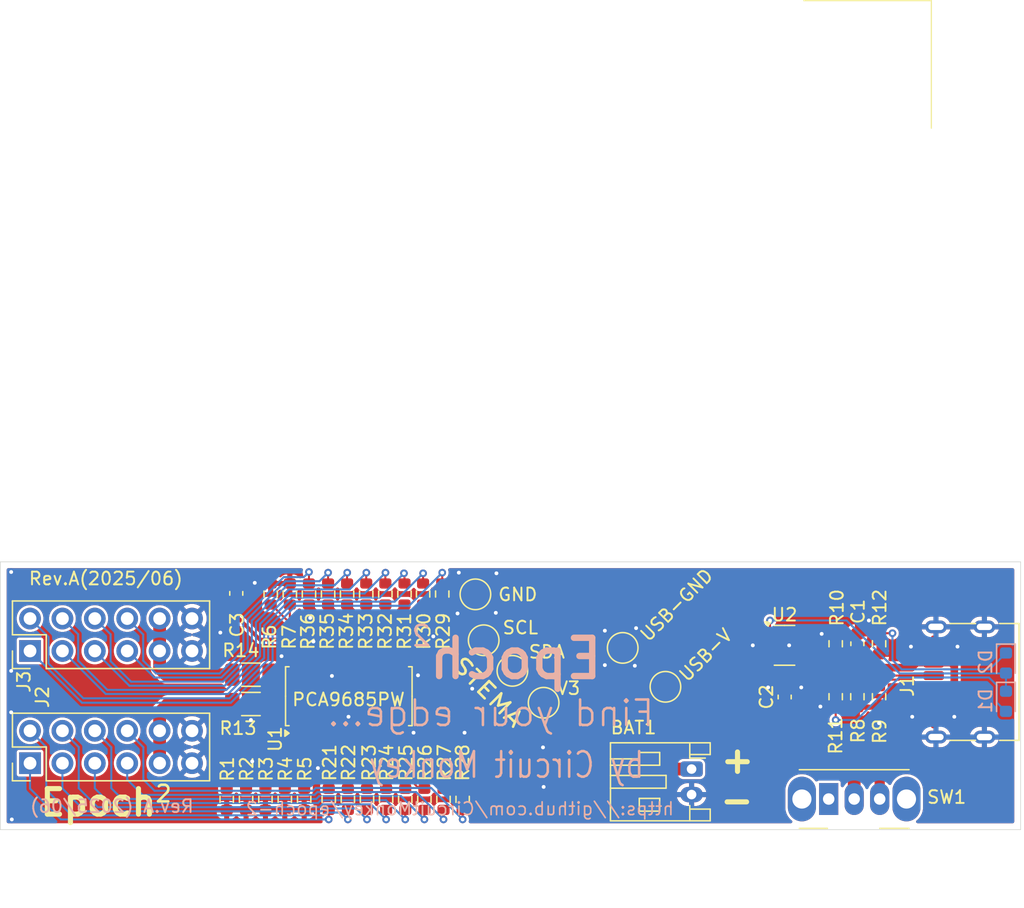
<source format=kicad_pcb>
(kicad_pcb (version 20241229) (generator "pcbnew") (generator_version "9.0")
  (layers (0 "F.Cu" signal) (2 "B.Cu" signal) (13 "F.Paste" user) (15 "B.Paste" user) (5 "F.SilkS" user "F.Silkscreen") (7 "B.SilkS" user "B.Silkscreen") (1 "F.Mask" user) (3 "B.Mask" user) (25 "Edge.Cuts" user))
  (net 0 "")
  (net 1 "Net-(D1-A)")
  (net 2 "GND")
  (net 3 "Net-(D2-K)")
  (net 4 "VBAT")
  (net 5 "/VBUS")
  (net 6 "Net-(J1-CC1)")
  (net 7 "Net-(J1-CC2)")
  (net 8 "Net-(J2-Pin_5)")
  (net 9 "Net-(J2-Pin_1)")
  (net 10 "Net-(J2-Pin_4)")
  (net 11 "Net-(J2-Pin_7)")
  (net 12 "Net-(J2-Pin_8)")
  (net 13 "/VMA")
  (net 14 "Net-(J2-Pin_6)")
  (net 15 "Net-(J2-Pin_2)")
  (net 16 "Net-(J2-Pin_3)")
  (net 17 "Net-(J3-Pin_8)")
  (net 18 "Net-(J3-Pin_2)")
  (net 19 "Net-(J3-Pin_3)")
  (net 20 "Net-(J3-Pin_7)")
  (net 21 "Net-(J3-Pin_6)")
  (net 22 "/VMB")
  (net 23 "Net-(J3-Pin_4)")
  (net 24 "Net-(J3-Pin_1)")
  (net 25 "Net-(J3-Pin_5)")
  (net 26 "Net-(U1-A0)")
  (net 27 "Net-(U1-A1)")
  (net 28 "Net-(U1-A2)")
  (net 29 "Net-(U1-A3)")
  (net 30 "Net-(U1-A4)")
  (net 31 "Net-(U1-A5)")
  (net 32 "Net-(U1-~{OE})")
  (net 33 "Net-(U2-PROG)")
  (net 34 "/CH01")
  (net 35 "/CH03")
  (net 36 "/CH05")
  (net 37 "/CH07")
  (net 38 "/CH09")
  (net 39 "/CH11")
  (net 40 "/CH13")
  (net 41 "/CH15")
  (net 42 "/CH02")
  (net 43 "/CH04")
  (net 44 "/CH06")
  (net 45 "/CH08")
  (net 46 "/CH10")
  (net 47 "/CH12")
  (net 48 "/CH14")
  (net 49 "/CH16")
  (net 50 "Net-(U1-SDA)")
  (net 51 "Net-(U1-SCL)")
  (net 52 "Net-(SW1-B)")
  (net 53 "+3.3V")
  (net 54 "/STAT")
  (footprint "Package_TO_SOT_SMD:SOT-23-5" (layer "F.Cu") (at 166.4875 117.55)
    (property "Reference" "U2")
    (property "Value" "MCP73831-4-OT")
  )
  (footprint "TestPoint:TestPoint_Pad_D2.0mm" (layer "F.Cu") (at 142.9 117.15)
    (property "Reference" "STEMA_SCL1" (hide yes))
    (property "Value" "Solder Pad" (hide yes))
  )
  (footprint "Resistor_SMD:R_0603_1608Metric" (layer "F.Cu") (at 135.19 113.525 -90)
    (property "Reference" "R32")
    (property "Value" "220R" (hide yes))
  )
  (footprint "Resistor_SMD:R_0603_1608Metric" (layer "F.Cu") (at 127.7 113.525 90)
    (property "Reference" "R7")
    (property "Value" "1K" (hide yes))
  )
  (footprint "TestPoint:TestPoint_Pad_D2.0mm" (layer "F.Cu") (at 147.6 122.05)
    (property "Reference" "STEMA_V1" (hide yes))
    (property "Value" "Solder Pad" (hide yes))
  )
  (footprint "Resistor_SMD:R_0603_1608Metric" (layer "F.Cu") (at 127.305385 129.625 -90)
    (property "Reference" "R4")
    (property "Value" "1K" (hide yes))
  )
  (footprint "TestPoint:TestPoint_Pad_D2.0mm" (layer "F.Cu") (at 142.25 113.55)
    (property "Reference" "STEMA_GND1" (hide yes))
    (property "Value" "Solder Pad" (hide yes))
  )
  (footprint "Resistor_SMD:R_1206_3216Metric" (layer "F.Cu") (at 124.65 119.85 180)
    (property "Reference" "R14")
    (property "Value" "0R" (hide yes))
  )
  (footprint "Button_Switch_THT:SW_Slide_SPDT_Angled_CK_OS102011MA1Q" (layer "F.Cu") (at 169.95 129.6)
    (property "Reference" "SW1")
    (property "Value" "SW_SPDT")
  )
  (footprint "Resistor_SMD:R_0603_1608Metric" (layer "F.Cu") (at 125.786923 129.625 -90)
    (property "Reference" "R3")
    (property "Value" "1K" (hide yes))
  )
  (footprint "Resistor_SMD:R_0603_1608Metric" (layer "F.Cu") (at 130.75 129.625 -90)
    (property "Reference" "R21")
    (property "Value" "220R" (hide yes))
  )
  (footprint "Capacitor_SMD:C_0603_1608Metric" (layer "F.Cu") (at 172.2 117.425 90)
    (property "Reference" "C1")
    (property "Value" "4.7uF/16V" (hide yes))
  )
  (footprint "Resistor_SMD:R_0603_1608Metric" (layer "F.Cu") (at 122.75 129.625 -90)
    (property "Reference" "R1")
    (property "Value" "1K" (hide yes))
  )
  (footprint "Resistor_SMD:R_0603_1608Metric" (layer "F.Cu") (at 130.7 113.525 90)
    (property "Reference" "R35")
    (property "Value" "220R" (hide yes))
  )
  (footprint "Resistor_SMD:R_0603_1608Metric" (layer "F.Cu") (at 141.25 129.625 90)
    (property "Reference" "R28")
    (property "Value" "220R" (hide yes))
  )
  (footprint "TestPoint:TestPoint_Pad_D2.0mm" (layer "F.Cu") (at 145.15 119.55)
    (property "Reference" "STEMA_DAT1" (hide yes))
    (property "Value" "Solder Pad" (hide yes))
  )
  (footprint "Package_SO:TSSOP-28_4.4x9.7mm_P0.65mm" (layer "F.Cu") (at 132.325 121.5375 90)
    (property "Reference" "U1")
    (property "Value" "PCA9685PW")
  )
  (footprint "Resistor_SMD:R_0603_1608Metric" (layer "F.Cu") (at 172.2 121.575 -90)
    (property "Reference" "R8")
    (property "Value" "5.1K" (hide yes))
  )
  (footprint "Resistor_SMD:R_0603_1608Metric" (layer "F.Cu") (at 173.9 121.575 -90)
    (property "Reference" "R9")
    (property "Value" "5.1K" (hide yes))
  )
  (footprint "Resistor_SMD:R_0603_1608Metric" (layer "F.Cu") (at 138.25 129.625 90)
    (property "Reference" "R26")
    (property "Value" "220R" (hide yes))
  )
  (footprint "Resistor_SMD:R_0603_1608Metric" (layer "F.Cu") (at 124.268462 129.625 -90)
    (property "Reference" "R2")
    (property "Value" "1K" (hide yes))
  )
  (footprint "Resistor_SMD:R_1206_3216Metric" (layer "F.Cu") (at 124.65 122.15 180)
    (property "Reference" "R13")
    (property "Value" "0R" (hide yes))
  )
  (footprint "Resistor_SMD:R_0603_1608Metric" (layer "F.Cu") (at 136.69 113.525 90)
    (property "Reference" "R31")
    (property "Value" "220R" (hide yes))
  )
  (footprint "Connector_JST:JST_PH_S2B-PH-K_1x02_P2.00mm_Horizontal" (layer "F.Cu") (at 159.2 127.25 -90)
    (property "Reference" "BAT1")
    (property "Value" "JST-PH")
  )
  (footprint "Capacitor_SMD:C_0603_1608Metric" (layer "F.Cu") (at 123.5 113.475 90)
    (property "Reference" "C3")
    (property "Value" "0.01uF")
  )
  (footprint "Capacitor_SMD:C_0603_1608Metric" (layer "F.Cu") (at 166.5 121.6 90)
    (property "Reference" "C2")
    (property "Value" "4.7uF/16V" (hide yes))
  )
  (footprint "Connector_USB:USB_C_Receptacle_HRO_TYPE-C-31-M-17" (layer "F.Cu") (at 181.3625 120.42 90)
    (property "Reference" "J1")
    (property "Value" "USB_C_Receptacle_PowerOnly_6P" (hide yes))
  )
  (footprint "Resistor_SMD:R_0603_1608Metric" (layer "F.Cu") (at 132.19 113.525 -90)
    (property "Reference" "R34")
    (property "Value" "220R" (hide yes))
  )
  (footprint "Resistor_SMD:R_0603_1608Metric" (layer "F.Cu") (at 135.25 129.625 90)
    (property "Reference" "R24")
    (property "Value" "220R" (hide yes))
  )
  (footprint "Connector_PinHeader_2.54mm:PinHeader_2x06_P2.54mm_Vertical" (layer "F.Cu") (at 107.33 126.79 90)
    (property "Reference" "J2")
    (property "Value" "Conn_02x06_Odd_Even" (hide yes))
  )
  (footprint "Resistor_SMD:R_0603_1608Metric" (layer "F.Cu") (at 138.15 113.525 -90)
    (property "Reference" "R30")
    (property "Value" "220R" (hide yes))
  )
  (footprint "Resistor_SMD:R_0603_1608Metric" (layer "F.Cu") (at 132.25 129.625 90)
    (property "Reference" "R22")
    (property "Value" "220R" (hide yes))
  )
  (footprint "Resistor_SMD:R_0603_1608Metric" (layer "F.Cu") (at 133.69 113.525 90)
    (property "Reference" "R33")
    (property "Value" "220R" (hide yes))
  )
  (footprint "Resistor_SMD:R_0603_1608Metric" (layer "F.Cu") (at 139.75 129.625 -90)
    (property "Reference" "R27")
    (property "Value" "220R" (hide yes))
  )
  (footprint "Resistor_SMD:R_0603_1608Metric" (layer "F.Cu") (at 136.75 129.625 -90)
    (property "Reference" "R25")
    (property "Value" "220R" (hide yes))
  )
  (footprint "Resistor_SMD:R_0603_1608Metric" (layer "F.Cu") (at 170.5 121.575 -90)
    (property "Reference" "R11")
    (property "Value" "2K" (hide yes))
  )
  (footprint "Resistor_SMD:R_0603_1608Metric" (layer "F.Cu") (at 129.2 113.525 -90)
    (property "Reference" "R36")
    (property "Value" "220R" (hide yes))
  )
  (footprint "Resistor_SMD:R_0603_1608Metric" (layer "F.Cu") (at 173.9 117.425 -90)
    (property "Reference" "R12")
    (property "Value" "2K" (hide yes))
  )
  (footprint "Resistor_SMD:R_0603_1608Metric" (layer "F.Cu") (at 139.65 113.525 90)
    (property "Reference" "R29")
    (property "Value" "220R" (hide yes))
  )
  (footprint "Resistor_SMD:R_0603_1608Metric" (layer "F.Cu") (at 126.2 113.525 90)
    (property "Reference" "R6")
    (property "Value" "1K")
  )
  (footprint "Connector_PinHeader_2.54mm:PinHeader_2x06_P2.54mm_Vertical" (layer "F.Cu") (at 107.33 117.99 90)
    (property "Reference" "J3")
    (property "Value" "Conn_02x06_Odd_Even" (hide yes))
  )
  (footprint "Resistor_SMD:R_0603_1608Metric" (layer "F.Cu") (at 170.5 117.425 90)
    (property "Reference" "R10")
    (property "Value" "???" (hide yes))
  )
  (footprint "TestPoint:TestPoint_Pad_D2.0mm" (layer "F.Cu") (at 157.15 120.8)
    (property "Reference" "USB-P+1" (hide yes))
    (property "Value" "Solder Pad" (hide yes))
  )
  (footprint "TestPoint:TestPoint_Pad_D2.0mm" (layer "F.Cu") (at 153.8 117.75)
    (property "Reference" "USB-P-1" (hide yes))
    (property "Value" "Solder Pad" (hide yes))
  )
  (footprint "Resistor_SMD:R_0603_1608Metric" (layer "F.Cu") (at 133.75 129.625 -90)
    (property "Reference" "R23")
    (property "Value" "220R" (hide yes))
  )
  (footprint "Resistor_SMD:R_0603_1608Metric" (layer "F.Cu") (at 128.823846 129.625 -90)
    (property "Reference" "R5")
    (property "Value" "1K" (hide yes))
  )
  (footprint "LED_SMD:LED_0603_1608Metric" (layer "B.Cu") (at 183.85 118.9375 -90)
    (property "Reference" "D2")
    (property "Value" "BLU")
  )
  (footprint "LED_SMD:LED_0603_1608Metric" (layer "B.Cu") (at 183.85 121.9375 -90)
    (property "Reference" "D1")
    (property "Value" "YEL")
  )
  (gr_line (start 178 67) (end 178 77) (stroke (width 0.1)) (layer "F.SilkS"))
  (gr_line (start 168 67) (end 178 67) (stroke (width 0.1)) (layer "F.SilkS"))
  (gr_line (start 185 132) (end 185 111) (stroke (width 0.05)) (layer "Edge.Cuts"))
  (gr_line (start 105 111) (end 185 111) (stroke (width 0.05)) (layer "Edge.Cuts"))
  (gr_line (start 105 132) (end 105 111) (stroke (width 0.05)) (layer "Edge.Cuts"))
  (gr_line (start 105 132) (end 185 132) (stroke (width 0.05)) (layer "Edge.Cuts"))
  (gr_text "Rev.A(2025/06)" (at 107.15 112.9 0) (layer "F.SilkS") (effects (font (size 1 1)) (justify left bottom)))
  (gr_text "SDA" (at 146.35 118.65 0) (layer "F.SilkS") (effects (font (size 1 1)) (justify left bottom)))
  (gr_text "USB-V" (at 158.85 120.6 45) (layer "F.SilkS") (effects (font (size 1 1)) (justify left bottom)))
  (gr_text "USB-GND" (at 155.8 117.45 45) (layer "F.SilkS") (effects (font (size 1 1)) (justify left bottom)))
  (gr_text "STEMA" (at 140.2 119.15 315) (layer "F.SilkS") (effects (font (size 1.2 1.5) (thickness 0.2) (bold yes)) (justify left bottom)))
  (gr_text "2" (at 117.05 129.95 0) (layer "F.SilkS") (effects (font (size 1.3 1.3) (thickness 0.2) (bold yes)) (justify left bottom)))
  (gr_text "V3" (at 148.55 121.5 0) (layer "F.SilkS") (effects (font (size 1 1)) (justify left bottom)))
  (gr_text "-" (at 161.25 130.85 0) (layer "F.SilkS") (effects (font (size 2 2) (thickness 0.4) (bold yes)) (justify left bottom)))
  (gr_text "+" (at 161.3 127.7 0) (layer "F.SilkS") (effects (font (size 2 2) (thickness 0.4) (bold yes)) (justify left bottom)))
  (gr_text "GND" (at 143.95 114.15 0) (layer "F.SilkS") (effects (font (size 1 1)) (justify left bottom)))
  (gr_text "Epoch" (at 107.95 131.05 0) (layer "F.SilkS") (effects (font (size 2 2) (thickness 0.4) (bold yes)) (justify left bottom)))
  (gr_text "SCL" (at 144.3 116.75 0) (layer "F.SilkS") (effects (font (size 1 1)) (justify left bottom)))
  (gr_text "Rev.A (2025/06)" (at 120.25 130.75 0) (layer "B.SilkS") (effects (font (size 1 1)) (justify left bottom mirror)))
  (gr_text "by Circuit Monkey" (at 155.6 128.1 0) (layer "B.SilkS") (effects (font (size 2 1.6) (thickness 0.2)) (justify left bottom mirror)))
  (gr_text "Epoch" (at 152.45 120.35 0) (layer "B.SilkS") (effects (font (size 3 3) (thickness 0.5) (bold yes)) (justify left bottom mirror)))
  (gr_text "2" (at 138.9 117.75 0) (layer "B.SilkS") (effects (font (size 1.6 1.6) (thickness 0.2)) (justify left bottom mirror)))
  (gr_text "Find your edge..." (at 156.4 124.05 0) (layer "B.SilkS") (effects (font (size 2 2) (thickness 0.2)) (justify left bottom mirror)))
  (gr_text "https://github.com/CircuitMonkey/epoch-2" (at 157.9 130.95 0) (layer "B.SilkS") (effects (font (size 1 1) (thickness 0.13)) (justify left bottom mirror)))
  (segment (start 170.5 123.3) (end 170.5 123.4) (width 0.16) (layer "F.Cu") (net 1))
  (segment (start 170.5 123.3) (end 170.5 122.4) (width 0.16) (layer "F.Cu") (net 1))
  (via (at 170.5 123.4) (size 0.6) (drill 0.3) (layers "F.Cu" "B.Cu") (net 1))
  (segment (start 170.5 123.4) (end 172.15 123.4) (width 0.16) (layer "B.Cu") (net 1))
  (segment (start 183.134 120.684) (end 183.134 122.034) (width 0.16) (layer "B.Cu") (net 1))
  (segment (start 182.521 120.071) (end 183.134 120.684) (width 0.16) (layer "B.Cu") (net 1))
  (segment (start 172.15 123.4) (end 175.479 120.071) (width 0.16) (layer "B.Cu") (net 1))
  (segment (start 183.134 122.034) (end 183.825 122.725) (width 0.16) (layer "B.Cu") (net 1))
  (segment (start 183.825 122.725) (end 183.85 122.725) (width 0.16) (layer "B.Cu") (net 1))
  (segment (start 175.479 120.071) (end 182.521 120.071) (width 0.16) (layer "B.Cu") (net 1))
  (via (at 176.5 123.15) (size 0.6) (drill 0.3) (layers "F.Cu" "B.Cu") (net 2))
  (via (at 124.65 123.4) (size 0.6) (drill 0.3) (layers "F.Cu" "B.Cu") (net 2))
  (via (at 140.85 115.05) (size 0.6) (drill 0.3) (layers "F.Cu" "B.Cu") (net 2))
  (via (at 176.4 117.65) (size 0.6) (drill 0.3) (layers "F.Cu" "B.Cu") (net 2))
  (via (at 143.9 111.9) (size 0.6) (drill 0.3) (layers "F.Cu" "B.Cu") (net 2))
  (via (at 179.8 123.15) (size 0.6) (drill 0.3) (layers "F.Cu" "B.Cu") (net 2))
  (via (at 173.1 115.6) (size 0.6) (drill 0.3) (layers "F.Cu" "B.Cu") (net 2))
  (via (at 154.85 116.2) (size 0.6) (drill 0.3) (layers "F.Cu" "B.Cu") (net 2))
  (via (at 105.85 111.8) (size 0.6) (drill 0.3) (layers "F.Cu" "B.Cu") (net 2))
  (via (at 122.25 116.55) (size 0.6) (drill 0.3) (layers "F.Cu" "B.Cu") (net 2))
  (via (at 147.6 128.65) (size 0.6) (drill 0.3) (layers "F.Cu" "B.Cu") (net 2))
  (via (at 166.85 117.55) (size 0.6) (drill 0.3) (layers "F.Cu" "B.Cu") (net 2))
  (via (at 152.4 119.1) (size 0.6) (drill 0.3) (layers "F.Cu" "B.Cu") (net 2))
  (via (at 154.75 119.15) (size 0.6) (drill 0.3) (layers "F.Cu" "B.Cu") (net 2))
  (via (at 137.4 124.4) (size 0.6) (drill 0.3) (layers "F.Cu" "B.Cu") (net 2))
  (via (at 105.85 122.8) (size 0.6) (drill 0.3) (layers "F.Cu" "B.Cu") (net 2))
  (via (at 127.05 118.4) (size 0.6) (drill 0.3) (layers "F.Cu" "B.Cu") (net 2))
  (via (at 137.75 119.9) (size 0.6) (drill 0.3) (layers "F.Cu" "B.Cu") (net 2))
  (via (at 173.9 123.65) (size 0.6) (drill 0.3) (layers "F.Cu" "B.Cu") (net 2))
  (via (at 180.05 117.65) (size 0.6) (drill 0.3) (layers "F.Cu" "B.Cu") (net 2))
  (via (at 143.85 115) (size 0.6) (drill 0.3) (layers "F.Cu" "B.Cu") (net 2))
  (via (at 169.3 122.35) (size 0.6) (drill 0.3) (layers "F.Cu" "B.Cu") (net 2))
  (via (at 142 120.95) (size 0.6) (drill 0.3) (layers "F.Cu" "B.Cu") (net 2))
  (via (at 131 119.95) (size 0.6) (drill 0.3) (layers "F.Cu" "B.Cu") (net 2))
  (via (at 129.9 127.175) (size 0.6) (drill 0.3) (layers "F.Cu" "B.Cu") (net 2))
  (via (at 129.55 117.25) (size 0.6) (drill 0.3) (layers "F.Cu" "B.Cu") (net 2))
  (via (at 147.55 125.55) (size 0.6) (drill 0.3) (layers "F.Cu" "B.Cu") (net 2))
  (via (at 141.4 124.4) (size 0.6) (drill 0.3) (layers "F.Cu" "B.Cu") (net 2))
  (via (at 164 117.55) (size 0.6) (drill 0.3) (layers "F.Cu" "B.Cu") (net 2))
  (via (at 124.75 126.65) (size 0.6) (drill 0.3) (layers "F.Cu" "B.Cu") (net 2))
  (via (at 152.4 116.4) (size 0.6) (drill 0.3) (layers "F.Cu" "B.Cu") (net 2))
  (via (at 132.3 123.15) (size 0.6) (drill 0.3) (layers "F.Cu" "B.Cu") (net 2))
  (via (at 140.95 111.85) (size 0.6) (drill 0.3) (layers "F.Cu" "B.Cu") (net 2))
  (via (at 169.4 116.65) (size 0.6) (drill 0.3) (layers "F.Cu" "B.Cu") (net 2))
  (via (at 105.9 131.2) (size 0.6) (drill 0.3) (layers "F.Cu" "B.Cu") (net 2))
  (via (at 124.95 112.65) (size 0.6) (drill 0.3) (layers "F.Cu" "B.Cu") (net 2))
  (via (at 129.3 115.4) (size 0.6) (drill 0.3) (layers "F.Cu" "B.Cu") (net 2))
  (via (at 165.2 120.85) (size 0.6) (drill 0.3) (layers "F.Cu" "B.Cu") (net 2))
  (via (at 167.8 120.85) (size 0.6) (drill 0.3) (layers "F.Cu" "B.Cu") (net 2))
  (via (at 105.85 119.55) (size 0.6) (drill 0.3) (layers "F.Cu" "B.Cu") (net 2))
  (via (at 138.95 116.85) (size 0.6) (drill 0.3) (layers "F.Cu" "B.Cu") (net 2))
  (segment (start 173.9 116.6) (end 174.95 116.6) (width 0.16) (layer "F.Cu") (net 3))
  (via (at 174.95 116.6) (size 0.6) (drill 0.3) (layers "F.Cu" "B.Cu") (net 3))
  (segment (start 174.95 118.7) (end 175.679 119.429) (width 0.16) (layer "B.Cu") (net 3))
  (segment (start 182.571 119.429) (end 183.85 118.15) (width 0.16) (layer "B.Cu") (net 3))
  (segment (start 175.679 119.429) (end 182.571 119.429) (width 0.16) (layer "B.Cu") (net 3))
  (segment (start 174.95 116.6) (end 174.95 118.7) (width 0.16) (layer "B.Cu") (net 3))
  (segment (start 140.825 122.125) (end 145.95 127.25) (width 1) (layer "F.Cu") (net 4))
  (segment (start 126.1125 122.15) (end 126.1125 119.85) (width 1) (layer "F.Cu") (net 4))
  (segment (start 166.5 122.375) (end 162.725 122.375) (width 0.8) (layer "F.Cu") (net 4))
  (segment (start 163.2 118.5) (end 161.025 120.675) (width 0.6) (layer "F.Cu") (net 4))
  (segment (start 166.5 122.375) (end 167.275 122.375) (width 0.8) (layer "F.Cu") (net 4))
  (segment (start 167.275 122.375) (end 170.75 125.85) (width 0.8) (layer "F.Cu") (net 4))
  (segment (start 161.025 120.675) (end 159.35 119) (width 0.8) (layer "F.Cu") (net 4))
  (segment (start 171.7 125.85) (end 173.95 128.1) (width 0.8) (layer "F.Cu") (net 4))
  (segment (start 170.75 125.85) (end 171.7 125.85) (width 0.8) (layer "F.Cu") (net 4))
  (segment (start 126.1125 122.15) (end 140.8 122.15) (width 1) (layer "F.Cu") (net 4))
  (segment (start 156.15 119) (end 152.55 122.6) (width 0.8) (layer "F.Cu") (net 4))
  (segment (start 162.725 122.375) (end 161.025 120.675) (width 0.8) (layer "F.Cu") (net 4))
  (segment (start 165.35 118.5) (end 163.2 118.5) (width 0.6) (layer "F.Cu") (net 4))
  (segment (start 173.95 128.1) (end 173.95 129.6) (width 0.8) (layer "F.Cu") (net 4))
  (segment (start 145.95 127.25) (end 152.55 127.25) (width 1) (layer "F.Cu") (net 4))
  (segment (start 159.35 119) (end 156.15 119) (width 0.8) (layer "F.Cu") (net 4))
  (segment (start 152.55 127.25) (end 159.2 127.25) (width 1) (layer "F.Cu") (net 4))
  (segment (start 152.55 122.6) (end 152.55 127.25) (width 0.8) (layer "F.Cu") (net 4))
  (segment (start 178.1825 118.9) (end 179.55 118.9) (width 0.6) (layer "F.Cu") (net 5))
  (segment (start 179.8 121.65) (end 179.51 121.94) (width 0.6) (layer "F.Cu") (net 5))
  (segment (start 168.75 118.5) (end 167.625 118.5) (width 0.6) (layer "F.Cu") (net 5))
  (segment (start 172.2 118.2) (end 172.2 119.3) (width 0.6) (layer "F.Cu") (net 5))
  (segment (start 176.45 119.3) (end 172.2 119.3) (width 0.6) (layer "F.Cu") (net 5))
  (segment (start 179.8 119.15) (end 179.8 121.65) (width 0.6) (layer "F.Cu") (net 5))
  (segment (start 170.5 120.45) (end 170.5 119.3) (width 0.6) (layer "F.Cu") (net 5))
  (segment (start 176.85 118.9) (end 176.45 119.3) (width 0.6) (layer "F.Cu") (net 5))
  (segment (start 170.5 119.3) (end 169.55 119.3) (width 0.6) (layer "F.Cu") (net 5))
  (segment (start 178.1825 118.9) (end 176.85 118.9) (width 0.6) (layer "F.Cu") (net 5))
  (segment (start 179.51 121.94) (end 178.1825 121.94) (width 0.6) (layer "F.Cu") (net 5))
  (segment (start 172.2 119.3) (end 170.5 119.3) (width 0.6) (layer "F.Cu") (net 5))
  (segment (start 179.55 118.9) (end 179.8 119.15) (width 0.6) (layer "F.Cu") (net 5))
  (segment (start 169.55 119.3) (end 168.75 118.5) (width 0.6) (layer "F.Cu") (net 5))
  (segment (start 178.1825 120.92) (end 177.179 120.92) (width 0.16) (layer "F.Cu") (net 6))
  (segment (start 177.179 120.92) (end 176.5 120.241) (width 0.16) (layer "F.Cu") (net 6))
  (segment (start 174.409 120.241) (end 173.9 120.75) (width 0.16) (layer "F.Cu") (net 6))
  (segment (start 176.5 120.241) (end 174.409 120.241) (width 0.16) (layer "F.Cu") (net 6))
  (segment (start 178.1825 119.92) (end 173.03 119.92) (width 0.16) (layer "F.Cu") (net 7))
  (segment (start 173.03 119.92) (end 172.2 120.75) (width 0.16) (layer "F.Cu") (net 7))
  (segment (start 136.75 130.45) (end 136.75 131.2) (width 0.16) (layer "F.Cu") (net 8))
  (via (at 136.75 131.2) (size 0.6) (drill 0.3) (layers "F.Cu" "B.Cu") (net 8))
  (segment (start 135.246 129.696) (end 130.127021 129.696) (width 0.16) (layer "B.Cu") (net 8))
  (segment (start 129.907022 129.916) (end 114 129.916) (width 0.16) (layer "B.Cu") (net 8))
  (segment (start 136.75 131.2) (end 135.246 129.696) (width 0.16) (layer "B.Cu") (net 8))
  (segment (start 112.41 126.79) (end 112.41 128.763963) (width 0.16) (layer "B.Cu") (net 8))
  (segment (start 113.562037 129.916) (end 114 129.916) (width 0.16) (layer "B.Cu") (net 8))
  (segment (start 112.41 128.763963) (end 113.562037 129.916) (width 0.16) (layer "B.Cu") (net 8))
  (segment (start 130.127021 129.696) (end 129.907022 129.916) (width 0.16) (layer "B.Cu") (net 8))
  (segment (start 130.75 130.45) (end 130.75 131.2) (width 0.16) (layer "F.Cu") (net 9))
  (via (at 130.75 131.2) (size 0.6) (drill 0.3) (layers "F.Cu" "B.Cu") (net 9))
  (segment (start 107.33 126.79) (end 107.33 128.783963) (width 0.16) (layer "B.Cu") (net 9))
  (segment (start 130.75 131.2) (end 109.95 131.2) (width 0.16) (layer "B.Cu") (net 9))
  (segment (start 109.746037 131.2) (end 109.95 131.2) (width 0.16) (layer "B.Cu") (net 9))
  (segment (start 107.33 128.783963) (end 109.746037 131.2) (width 0.16) (layer "B.Cu") (net 9))
  (segment (start 135.25 130.45) (end 135.25 131.2) (width 0.16) (layer "F.Cu") (net 10))
  (via (at 135.25 131.2) (size 0.6) (drill 0.3) (layers "F.Cu" "B.Cu") (net 10))
  (segment (start 135.25 131.2) (end 134.067 130.017) (width 0.16) (layer "B.Cu") (net 10))
  (segment (start 130.259984 130.017) (end 130.039985 130.237) (width 0.16) (layer "B.Cu") (net 10))
  (segment (start 134.067 130.017) (end 130.259984 130.017) (width 0.16) (layer "B.Cu") (net 10))
  (segment (start 109.87 124.25) (end 111.15 125.53) (width 0.16) (layer "B.Cu") (net 10))
  (segment (start 112.633037 130.237) (end 112.95 130.237) (width 0.16) (layer "B.Cu") (net 10))
  (segment (start 111.15 125.53) (end 111.15 128.753963) (width 0.16) (layer "B.Cu") (net 10))
  (segment (start 111.15 128.753963) (end 112.633037 130.237) (width 0.16) (layer "B.Cu") (net 10))
  (segment (start 130.039985 130.237) (end 112.95 130.237) (width 0.16) (layer "B.Cu") (net 10))
  (segment (start 139.75 130.45) (end 139.75 131.2) (width 0.16) (layer "F.Cu") (net 11))
  (via (at 139.75 131.2) (size 0.6) (drill 0.3) (layers "F.Cu" "B.Cu") (net 11))
  (segment (start 137.604 129.054) (end 129.861095 129.054) (width 0.16) (layer "B.Cu") (net 11))
  (segment (start 129.641096 129.274) (end 116.15 129.274) (width 0.16) (layer "B.Cu") (net 11))
  (segment (start 129.861095 129.054) (end 129.641096 129.274) (width 0.16) (layer "B.Cu") (net 11))
  (segment (start 114.95 128.074) (end 116.15 129.274) (width 0.16) (layer "B.Cu") (net 11))
  (segment (start 139.75 131.2) (end 137.604 129.054) (width 0.16) (layer "B.Cu") (net 11))
  (segment (start 114.95 126.79) (end 114.95 128.074) (width 0.16) (layer "B.Cu") (net 11))
  (segment (start 141.25 130.45) (end 141.25 131.2) (width 0.16) (layer "F.Cu") (net 12))
  (via (at 141.25 131.2) (size 0.6) (drill 0.3) (layers "F.Cu" "B.Cu") (net 12))
  (segment (start 117.090532 128.953) (end 116.21358 128.076048) (width 0.16) (layer "B.Cu") (net 12))
  (segment (start 129.728132 128.733) (end 129.508132 128.953) (width 0.16) (layer "B.Cu") (net 12))
  (segment (start 116.21358 125.540786) (end 114.932794 124.26) (width 0.16) (layer "B.Cu") (net 12))
  (segment (start 138.783 128.733) (end 129.728132 128.733) (width 0.16) (layer "B.Cu") (net 12))
  (segment (start 116.21358 128.076048) (end 116.21358 125.540786) (width 0.16) (layer "B.Cu") (net 12))
  (segment (start 141.25 131.2) (end 138.783 128.733) (width 0.16) (layer "B.Cu") (net 12))
  (segment (start 129.508132 128.953) (end 117.090532 128.953) (width 0.16) (layer "B.Cu") (net 12))
  (segment (start 117.49 124.25) (end 117.49 126.79) (width 1) (layer "F.Cu") (net 13))
  (segment (start 117.49 124.25) (end 117.49 122.81) (width 1) (layer "F.Cu") (net 13))
  (segment (start 118.15 122.15) (end 123.1875 122.15) (width 1) (layer "F.Cu") (net 13))
  (segment (start 117.49 122.81) (end 118.15 122.15) (width 1) (layer "F.Cu") (net 13))
  (segment (start 138.25 130.45) (end 138.25 131.2) (width 0.16) (layer "F.Cu") (net 14))
  (via (at 138.25 131.2) (size 0.6) (drill 0.3) (layers "F.Cu" "B.Cu") (net 14))
  (segment (start 114.541037 129.595) (end 129.774059 129.595) (width 0.16) (layer "B.Cu") (net 14))
  (segment (start 112.41 124.25) (end 113.7 125.54) (width 0.16) (layer "B.Cu") (net 14))
  (segment (start 113.7 125.54) (end 113.7 128.753963) (width 0.16) (layer "B.Cu") (net 14))
  (segment (start 136.425 129.375) (end 138.25 131.2) (width 0.16) (layer "B.Cu") (net 14))
  (segment (start 113.7 128.753963) (end 114.541037 129.595) (width 0.16) (layer "B.Cu") (net 14))
  (segment (start 129.994058 129.375) (end 136.425 129.375) (width 0.16) (layer "B.Cu") (net 14))
  (segment (start 129.774059 129.595) (end 129.994058 129.375) (width 0.16) (layer "B.Cu") (net 14))
  (segment (start 132.25 130.45) (end 132.25 131.2) (width 0.16) (layer "F.Cu") (net 15))
  (via (at 132.25 131.2) (size 0.6) (drill 0.3) (layers "F.Cu" "B.Cu") (net 15))
  (segment (start 130.30591 130.879) (end 110.6 130.879) (width 0.16) (layer "B.Cu") (net 15))
  (segment (start 132.25 131.2) (end 131.709 130.659) (width 0.16) (layer "B.Cu") (net 15))
  (segment (start 131.709 130.659) (end 130.52591 130.659) (width 0.16) (layer "B.Cu") (net 15))
  (segment (start 130.52591 130.659) (end 130.30591 130.879) (width 0.16) (layer "B.Cu") (net 15))
  (segment (start 108.6 128.879) (end 110.6 130.879) (width 0.16) (layer "B.Cu") (net 15))
  (segment (start 108.6 125.52) (end 108.6 128.879) (width 0.16) (layer "B.Cu") (net 15))
  (segment (start 107.33 124.25) (end 108.6 125.52) (width 0.16) (layer "B.Cu") (net 15))
  (segment (start 133.75 130.45) (end 133.75 131.2) (width 0.16) (layer "F.Cu") (net 16))
  (via (at 133.75 131.2) (size 0.6) (drill 0.3) (layers "F.Cu" "B.Cu") (net 16))
  (segment (start 109.87 128.773963) (end 111.654037 130.558) (width 0.16) (layer "B.Cu") (net 16))
  (segment (start 130.392947 130.338) (end 130.172947 130.558) (width 0.16) (layer "B.Cu") (net 16))
  (segment (start 132.888 130.338) (end 130.392947 130.338) (width 0.16) (layer "B.Cu") (net 16))
  (segment (start 133.75 131.2) (end 132.888 130.338) (width 0.16) (layer "B.Cu") (net 16))
  (segment (start 109.87 126.79) (end 109.87 128.773963) (width 0.16) (layer "B.Cu") (net 16))
  (segment (start 130.172947 130.558) (end 111.75 130.558) (width 0.16) (layer "B.Cu") (net 16))
  (segment (start 111.654037 130.558) (end 111.75 130.558) (width 0.16) (layer "B.Cu") (net 16))
  (segment (start 129.2 112.7) (end 129.2 111.8) (width 0.16) (layer "F.Cu") (net 17))
  (via (at 129.2 111.8) (size 0.6) (drill 0.3) (layers "F.Cu" "B.Cu") (net 17))
  (segment (start 117.206962 119.753) (end 122.197 119.753) (width 0.16) (layer "B.Cu") (net 17))
  (segment (start 124.05 115.373024) (end 127.223024 112.2) (width 0.16) (layer "B.Cu") (net 17))
  (segment (start 122.197 119.753) (end 124.05 117.9) (width 0.16) (layer "B.Cu") (net 17))
  (segment (start 127.223024 112.2) (end 128.8 112.2) (width 0.16) (layer "B.Cu") (net 17))
  (segment (start 114.95 115.45) (end 116.2 116.7) (width 0.16) (layer "B.Cu") (net 17))
  (segment (start 116.2 116.7) (end 116.2 118.746038) (width 0.16) (layer "B.Cu") (net 17))
  (segment (start 116.2 118.746038) (end 117.206962 119.753) (width 0.16) (layer "B.Cu") (net 17))
  (segment (start 128.8 112.2) (end 129.2 111.8) (width 0.16) (layer "B.Cu") (net 17))
  (segment (start 124.05 117.9) (end 124.05 115.373024) (width 0.16) (layer "B.Cu") (net 17))
  (segment (start 138.15 112.7) (end 138.15 111.9) (width 0.16) (layer "F.Cu") (net 18))
  (via (at 138.15 111.9) (size 0.6) (drill 0.3) (layers "F.Cu" "B.Cu") (net 18))
  (segment (start 126.005 118.668772) (end 126.005 116.141796) (width 0.16) (layer "B.Cu") (net 18))
  (segment (start 107.33 115.45) (end 108.779 116.899) (width 0.16) (layer "B.Cu") (net 18))
  (segment (start 128.020796 114.126) (end 135.924 114.126) (width 0.16) (layer "B.Cu") (net 18))
  (segment (start 111.503962 121.7) (end 122.973774 121.7) (width 0.16) (layer "B.Cu") (net 18))
  (segment (start 108.779 118.975038) (end 111.503962 121.7) (width 0.16) (layer "B.Cu") (net 18))
  (segment (start 108.779 116.899) (end 108.779 118.975038) (width 0.16) (layer "B.Cu") (net 18))
  (segment (start 126.005 116.141796) (end 128.020796 114.126) (width 0.16) (layer "B.Cu") (net 18))
  (segment (start 135.924 114.126) (end 138.15 111.9) (width 0.16) (layer "B.Cu") (net 18))
  (segment (start 122.973774 121.7) (end 126.005 118.668772) (width 0.16) (layer "B.Cu") (net 18))
  (segment (start 136.69 111.94) (end 136.65 111.9) (width 0.16) (layer "F.Cu") (net 19))
  (segment (start 136.69 112.7) (end 136.69 111.94) (width 0.16) (layer "F.Cu") (net 19))
  (via (at 136.65 111.9) (size 0.6) (drill 0.3) (layers "F.Cu" "B.Cu") (net 19))
  (segment (start 122.856811 121.363) (end 125.684 118.53581) (width 0.16) (layer "B.Cu") (net 19))
  (segment (start 134.745 113.805) (end 136.65 111.9) (width 0.16) (layer "B.Cu") (net 19))
  (segment (start 113.263 121.363) (end 122.856811 121.363) (width 0.16) (layer "B.Cu") (net 19))
  (segment (start 125.684 118.53581) (end 125.684 116.008834) (width 0.16) (layer "B.Cu") (net 19))
  (segment (start 125.684 116.008834) (end 127.887834 113.805) (width 0.16) (layer "B.Cu") (net 19))
  (segment (start 127.887834 113.805) (end 134.745 113.805) (width 0.16) (layer "B.Cu") (net 19))
  (segment (start 109.87 117.99) (end 109.89 117.99) (width 0.16) (layer "B.Cu") (net 19))
  (segment (start 109.89 117.99) (end 113.263 121.363) (width 0.16) (layer "B.Cu") (net 19))
  (segment (start 130.7 112.7) (end 130.7 111.85) (width 0.16) (layer "F.Cu") (net 20))
  (via (at 130.7 111.85) (size 0.6) (drill 0.3) (layers "F.Cu" "B.Cu") (net 20))
  (segment (start 127.355985 112.521) (end 130.029 112.521) (width 0.16) (layer "B.Cu") (net 20))
  (segment (start 130.029 112.521) (end 130.7 111.85) (width 0.16) (layer "B.Cu") (net 20))
  (segment (start 114.95 117.99) (end 114.99 117.99) (width 0.16) (layer "B.Cu") (net 20))
  (segment (start 122.329963 120.074) (end 124.4 118.003962) (width 0.16) (layer "B.Cu") (net 20))
  (segment (start 114.99 117.99) (end 117.074 120.074) (width 0.16) (layer "B.Cu") (net 20))
  (segment (start 117.074 120.074) (end 122.329963 120.074) (width 0.16) (layer "B.Cu") (net 20))
  (segment (start 124.4 115.476985) (end 127.355985 112.521) (width 0.16) (layer "B.Cu") (net 20))
  (segment (start 124.4 118.003962) (end 124.4 115.476985) (width 0.16) (layer "B.Cu") (net 20))
  (segment (start 132.19 111.86) (end 132.2 111.85) (width 0.16) (layer "F.Cu") (net 21))
  (segment (start 132.19 112.7) (end 132.19 111.86) (width 0.16) (layer "F.Cu") (net 21))
  (via (at 132.2 111.85) (size 0.6) (drill 0.3) (layers "F.Cu" "B.Cu") (net 21))
  (segment (start 124.721 115.609948) (end 127.488948 112.842) (width 0.16) (layer "B.Cu") (net 21))
  (segment (start 127.488948 112.842) (end 131.208 112.842) (width 0.16) (layer "B.Cu") (net 21))
  (segment (start 112.41 115.45) (end 113.65 116.69) (width 0.16) (layer "B.Cu") (net 21))
  (segment (start 124.721 118.136924) (end 124.721 115.609948) (width 0.16) (layer "B.Cu") (net 21))
  (segment (start 113.65 118.796038) (end 115.253962 120.4) (width 0.16) (layer "B.Cu") (net 21))
  (segment (start 113.65 116.69) (end 113.65 118.796038) (width 0.16) (layer "B.Cu") (net 21))
  (segment (start 122.457924 120.4) (end 124.721 118.136924) (width 0.16) (layer "B.Cu") (net 21))
  (segment (start 131.208 112.842) (end 132.2 111.85) (width 0.16) (layer "B.Cu") (net 21))
  (segment (start 115.253962 120.4) (end 122.457924 120.4) (width 0.16) (layer "B.Cu") (net 21))
  (segment (start 117.49 117.99) (end 117.49 119.34) (width 1) (layer "F.Cu") (net 22))
  (segment (start 118 119.85) (end 123.1875 119.85) (width 1) (layer "F.Cu") (net 22))
  (segment (start 117.49 119.34) (end 118 119.85) (width 1) (layer "F.Cu") (net 22))
  (segment (start 117.49 117.99) (end 117.49 115.45) (width 1) (layer "F.Cu") (net 22))
  (segment (start 135.19 111.86) (end 135.2 111.85) (width 0.16) (layer "F.Cu") (net 23))
  (segment (start 135.19 112.7) (end 135.19 111.86) (width 0.16) (layer "F.Cu") (net 23))
  (via (at 135.2 111.85) (size 0.6) (drill 0.3) (layers "F.Cu" "B.Cu") (net 23))
  (segment (start 127.754872 113.484) (end 133.566 113.484) (width 0.16) (layer "B.Cu") (net 23))
  (segment (start 125.363 118.402848) (end 125.363 115.875871) (width 0.16) (layer "B.Cu") (net 23))
  (segment (start 133.566 113.484) (end 135.2 111.85) (width 0.16) (layer "B.Cu") (net 23))
  (segment (start 113.395962 121.042) (end 122.723849 121.042) (width 0.16) (layer "B.Cu") (net 23))
  (segment (start 122.723849 121.042) (end 125.363 118.402848) (width 0.16) (layer "B.Cu") (net 23))
  (segment (start 111.1 116.68) (end 111.1 118.746038) (width 0.16) (layer "B.Cu") (net 23))
  (segment (start 125.363 115.875871) (end 127.754872 113.484) (width 0.16) (layer "B.Cu") (net 23))
  (segment (start 109.87 115.45) (end 111.1 116.68) (width 0.16) (layer "B.Cu") (net 23))
  (segment (start 111.1 118.746038) (end 113.395962 121.042) (width 0.16) (layer "B.Cu") (net 23))
  (segment (start 139.65 112.7) (end 139.65 111.85) (width 0.16) (layer "F.Cu") (net 24))
  (via (at 139.65 111.85) (size 0.6) (drill 0.3) (layers "F.Cu" "B.Cu") (net 24))
  (segment (start 111.4 122.05) (end 123.077737 122.05) (width 0.16) (layer "B.Cu") (net 24))
  (segment (start 123.077737 122.05) (end 126.35 118.777737) (width 0.16) (layer "B.Cu") (net 24))
  (segment (start 126.35 118.777737) (end 126.35 116.250758) (width 0.16) (layer "B.Cu") (net 24))
  (segment (start 126.35 116.250758) (end 128.153758 114.447) (width 0.16) (layer "B.Cu") (net 24))
  (segment (start 107.34 117.99) (end 111.4 122.05) (width 0.16) (layer "B.Cu") (net 24))
  (segment (start 137.053 114.447) (end 139.65 111.85) (width 0.16) (layer "B.Cu") (net 24))
  (segment (start 107.33 117.99) (end 107.34 117.99) (width 0.16) (layer "B.Cu") (net 24))
  (segment (start 128.153758 114.447) (end 137.053 114.447) (width 0.16) (layer "B.Cu") (net 24))
  (segment (start 133.69 111.86) (end 133.7 111.85) (width 0.16) (layer "F.Cu") (net 25))
  (segment (start 133.69 112.7) (end 133.69 111.86) (width 0.16) (layer "F.Cu") (net 25))
  (via (at 133.7 111.85) (size 0.6) (drill 0.3) (layers "F.Cu" "B.Cu") (net 25))
  (segment (start 127.62191 113.163) (end 132.387 113.163) (width 0.16) (layer "B.Cu") (net 25))
  (segment (start 125.042 115.74291) (end 127.62191 113.163) (width 0.16) (layer "B.Cu") (net 25))
  (segment (start 132.387 113.163) (end 133.7 111.85) (width 0.16) (layer "B.Cu") (net 25))
  (segment (start 125.042 118.269886) (end 125.042 115.74291) (width 0.16) (layer "B.Cu") (net 25))
  (segment (start 122.590887 120.721) (end 125.042 118.269886) (width 0.16) (layer "B.Cu") (net 25))
  (segment (start 115.121 120.721) (end 122.590887 120.721) (width 0.16) (layer "B.Cu") (net 25))
  (segment (start 112.41 118.01) (end 115.121 120.721) (width 0.16) (layer "B.Cu") (net 25))
  (segment (start 112.41 117.99) (end 112.41 118.01) (width 0.16) (layer "B.Cu") (net 25))
  (segment (start 122.75 128.8) (end 124.142 127.408) (width 0.16) (layer "F.Cu") (net 26))
  (segment (start 126.676152 127.408) (end 128.1 125.984152) (width 0.16) (layer "F.Cu") (net 26))
  (segment (start 124.142 127.408) (end 126.676152 127.408) (width 0.16) (layer "F.Cu") (net 26))
  (segment (start 128.1 125.984152) (end 128.1 124.4) (width 0.16) (layer "F.Cu") (net 26))
  (segment (start 124.268462 128.781538) (end 125.321 127.729) (width 0.16) (layer "F.Cu") (net 27))
  (segment (start 124.268462 128.8) (end 124.268462 128.781538) (width 0.16) (layer "F.Cu") (net 27))
  (segment (start 126.809114 127.729) (end 128.75 125.788114) (width 0.16) (layer "F.Cu") (net 27))
  (segment (start 128.75 125.788114) (end 128.75 124.4) (width 0.16) (layer "F.Cu") (net 27))
  (segment (start 125.321 127.729) (end 126.809114 127.729) (width 0.16) (layer "F.Cu") (net 27))
  (segment (start 126.942076 128.05) (end 129.4 125.592076) (width 0.16) (layer "F.Cu") (net 28))
  (segment (start 125.85 128.8) (end 126.6 128.05) (width 0.16) (layer "F.Cu") (net 28))
  (segment (start 129.4 125.592076) (end 129.4 124.4) (width 0.16) (layer "F.Cu") (net 28))
  (segment (start 125.786923 128.8) (end 125.85 128.8) (width 0.16) (layer "F.Cu") (net 28))
  (segment (start 126.6 128.05) (end 126.942076 128.05) (width 0.16) (layer "F.Cu") (net 28))
  (segment (start 127.305385 128.140653) (end 130.05 125.396038) (width 0.16) (layer "F.Cu") (net 29))
  (segment (start 130.05 125.396038) (end 130.05 124.4) (width 0.16) (layer "F.Cu") (net 29))
  (segment (start 127.305385 128.8) (end 127.305385 128.140653) (width 0.16) (layer "F.Cu") (net 29))
  (segment (start 130.7 125.2) (end 130.7 124.4) (width 0.16) (layer "F.Cu") (net 30))
  (segment (start 128.823846 128.8) (end 128.15 128.126154) (width 0.16) (layer "F.Cu") (net 30))
  (segment (start 128.15 128.126154) (end 128.15 127.75) (width 0.16) (layer "F.Cu") (net 30))
  (segment (start 128.15 127.75) (end 130.7 125.2) (width 0.16) (layer "F.Cu") (net 30))
  (segment (start 126.25 114.35) (end 126.2 114.35) (width 0.16) (layer "F.Cu") (net 31))
  (segment (start 128.371 116.471) (end 126.25 114.35) (width 0.16) (layer "F.Cu") (net 31))
  (segment (start 129.871 116.471) (end 128.371 116.471) (width 0.16) (layer "F.Cu") (net 31))
  (segment (start 130.7 118.675) (end 130.7 117.3) (width 0.16) (layer "F.Cu") (net 31))
  (segment (start 130.7 117.3) (end 129.871 116.471) (width 0.16) (layer "F.Cu") (net 31))
  (segment (start 131.35 118.675) (end 131.35 117.496038) (width 0.16) (layer "F.Cu") (net 32))
  (segment (start 131.35 117.496038) (end 130.003962 116.15) (width 0.16) (layer "F.Cu") (net 32))
  (segment (start 128.503962 116.15) (end 127.7 115.346038) (width 0.16) (layer "F.Cu") (net 32))
  (segment (start 130.003962 116.15) (end 128.503962 116.15) (width 0.16) (layer "F.Cu") (net 32))
  (segment (start 127.7 115.346038) (end 127.7 114.35) (width 0.16) (layer "F.Cu") (net 32))
  (segment (start 168.8 116.8) (end 168.8 117.7) (width 0.16) (layer "F.Cu") (net 33))
  (segment (start 169.35 118.25) (end 170.5 118.25) (width 0.16) (layer "F.Cu") (net 33))
  (segment (start 168.8 117.7) (end 169.35 118.25) (width 0.16) (layer "F.Cu") (net 33))
  (segment (start 168.6 116.6) (end 168.8 116.8) (width 0.16) (layer "F.Cu") (net 33))
  (segment (start 167.625 116.6) (end 168.6 116.6) (width 0.16) (layer "F.Cu") (net 33))
  (segment (start 131.5 126.8) (end 131.5 125.75) (width 0.16) (layer "F.Cu") (net 34))
  (segment (start 131.35 125.6) (end 131.35 124.4) (width 0.16) (layer "F.Cu") (net 34))
  (segment (start 131.5 125.75) (end 131.35 125.6) (width 0.16) (layer "F.Cu") (net 34))
  (segment (start 130.75 128.8) (end 130.75 127.55) (width 0.16) (layer "F.Cu") (net 34))
  (segment (start 130.75 127.55) (end 131.5 126.8) (width 0.16) (layer "F.Cu") (net 34))
  (segment (start 133.7 128.75) (end 133.7 127.475) (width 0.16) (layer "F.Cu") (net 35))
  (segment (start 132.65 126.425) (end 132.65 124.4) (width 0.16) (layer "F.Cu") (net 35))
  (segment (start 133.75 128.8) (end 133.7 128.75) (width 0.16) (layer "F.Cu") (net 35))
  (segment (start 133.7 127.475) (end 132.65 126.425) (width 0.16) (layer "F.Cu") (net 35))
  (segment (start 133.95 125.978962) (end 133.95 124.4) (width 0.16) (layer "F.Cu") (net 36))
  (segment (start 136.75 128.8) (end 136.75 128.778962) (width 0.16) (layer "F.Cu") (net 36))
  (segment (start 136.75 128.778962) (end 133.95 125.978962) (width 0.16) (layer "F.Cu") (net 36))
  (segment (start 139.75 128.8) (end 139.7 128.8) (width 0.16) (layer "F.Cu") (net 37))
  (segment (start 139.059 128.159) (end 137.667171 128.159) (width 0.16) (layer "F.Cu") (net 37))
  (segment (start 137.667171 128.159) (end 135.25 125.741829) (width 0.16) (layer "F.Cu") (net 37))
  (segment (start 139.7 128.8) (end 139.059 128.159) (width 0.16) (layer "F.Cu") (net 37))
  (segment (start 135.25 125.741829) (end 135.25 124.4) (width 0.16) (layer "F.Cu") (net 37))
  (segment (start 139.65 114.35) (end 138.45 115.55) (width 0.16) (layer "F.Cu") (net 38))
  (segment (start 138.45 115.55) (end 137.3 115.55) (width 0.16) (layer "F.Cu") (net 38))
  (segment (start 136.55 116.3) (end 136.55 118.675) (width 0.16) (layer "F.Cu") (net 38))
  (segment (start 137.3 115.55) (end 136.55 116.3) (width 0.16) (layer "F.Cu") (net 38))
  (segment (start 136.6 114.35) (end 136.69 114.35) (width 0.16) (layer "F.Cu") (net 39))
  (segment (start 135.25 118.675) (end 135.25 115.7) (width 0.16) (layer "F.Cu") (net 39))
  (segment (start 135.25 115.7) (end 136.6 114.35) (width 0.16) (layer "F.Cu") (net 39))
  (segment (start 133.95 118.675) (end 133.95 115.3) (width 0.16) (layer "F.Cu") (net 40))
  (segment (start 133.69 115.04) (end 133.69 114.35) (width 0.16) (layer "F.Cu") (net 40))
  (segment (start 133.95 115.3) (end 133.69 115.04) (width 0.16) (layer "F.Cu") (net 40))
  (segment (start 131.95 115) (end 131.45 115) (width 0.16) (layer "F.Cu") (net 41))
  (segment (start 132.65 115.7) (end 131.95 115) (width 0.16) (layer "F.Cu") (net 41))
  (segment (start 130.8 114.35) (end 130.7 114.35) (width 0.16) (layer "F.Cu") (net 41))
  (segment (start 132.65 118.675) (end 132.65 115.7) (width 0.16) (layer "F.Cu") (net 41))
  (segment (start 131.45 115) (end 130.8 114.35) (width 0.16) (layer "F.Cu") (net 41))
  (segment (start 132 126.801261) (end 132 124.4) (width 0.16) (layer "F.Cu") (net 42))
  (segment (start 132.25 128.8) (end 132.25 127.051261) (width 0.16) (layer "F.Cu") (net 42))
  (segment (start 132.25 127.051261) (end 132 126.801261) (width 0.16) (layer "F.Cu") (net 42))
  (segment (start 135.25 128.8) (end 134.525 128.075) (width 0.16) (layer "F.Cu") (net 43))
  (segment (start 134.525 128.075) (end 134.525 127.4) (width 0.16) (layer "F.Cu") (net 43))
  (segment (start 133.3 126.175) (end 133.3 124.4) (width 0.16) (layer "F.Cu") (net 43))
  (segment (start 134.525 127.4) (end 133.3 126.175) (width 0.16) (layer "F.Cu") (net 43))
  (segment (start 136.855038 128.159) (end 134.6 125.903962) (width 0.16) (layer "F.Cu") (net 44))
  (segment (start 137.85421 128.8) (end 137.21321 128.159) (width 0.16) (layer "F.Cu") (net 44))
  (segment (start 134.6 125.903962) (end 134.6 124.4) (width 0.16) (layer "F.Cu") (net 44))
  (segment (start 137.21321 128.159) (end 136.855038 128.159) (width 0.16) (layer "F.Cu") (net 44))
  (segment (start 138.25 128.8) (end 137.85421 128.8) (width 0.16) (layer "F.Cu") (net 44))
  (segment (start 135.9 125.65) (end 135.9 124.4) (width 0.16) (layer "F.Cu") (net 45))
  (segment (start 141.25 128.8) (end 140.609 128.159) (width 0.16) (layer "F.Cu") (net 45))
  (segment (start 139.512962 128.159) (end 139.191962 127.838) (width 0.16) (layer "F.Cu") (net 45))
  (segment (start 139.191962 127.838) (end 138.088 127.838) (width 0.16) (layer "F.Cu") (net 45))
  (segment (start 138.088 127.838) (end 135.9 125.65) (width 0.16) (layer "F.Cu") (net 45))
  (segment (start 140.609 128.159) (end 139.512962 128.159) (width 0.16) (layer "F.Cu") (net 45))
  (segment (start 137.509 114.991) (end 138.15 114.35) (width 0.16) (layer "F.Cu") (net 46))
  (segment (start 135.9 116) (end 136.909 114.991) (width 0.16) (layer "F.Cu") (net 46))
  (segment (start 136.909 114.991) (end 137.509 114.991) (width 0.16) (layer "F.Cu") (net 46))
  (segment (start 135.9 118.675) (end 135.9 116) (width 0.16) (layer "F.Cu") (net 46))
  (segment (start 134.6 115.45) (end 135.19 114.86) (width 0.16) (layer "F.Cu") (net 47))
  (segment (start 134.6 118.675) (end 134.6 115.45) (width 0.16) (layer "F.Cu") (net 47))
  (segment (start 135.19 114.86) (end 135.19 114.35) (width 0.16) (layer "F.Cu") (net 47))
  (segment (start 132.3 114.35) (end 132.19 114.35) (width 0.16) (layer "F.Cu") (net 48))
  (segment (start 133.3 118.675) (end 133.3 115.35) (width 0.16) (layer "F.Cu") (net 48))
  (segment (start 133.3 115.35) (end 132.3 114.35) (width 0.16) (layer "F.Cu") (net 48))
  (segment (start 129.3 114.35) (end 129.2 114.35) (width 0.16) (layer "F.Cu") (net 49))
  (segment (start 130.9 115.05) (end 130 115.05) (width 0.16) (layer "F.Cu") (net 49))
  (segment (start 132 118.675) (end 132 116.15) (width 0.16) (layer "F.Cu") (net 49))
  (segment (start 132 116.15) (end 130.9 115.05) (width 0.16) (layer "F.Cu") (net 49))
  (segment (start 130 115.05) (end 129.3 114.35) (width 0.16) (layer "F.Cu") (net 49))
  (segment (start 141 119.55) (end 145.15 119.55) (width 0.16) (layer "F.Cu") (net 50))
  (segment (start 129.996038 120.85) (end 139.7 120.85) (width 0.16) (layer "F.Cu") (net 50))
  (segment (start 128.75 119.603962) (end 129.996038 120.85) (width 0.16) (layer "F.Cu") (net 50))
  (segment (start 128.75 118.675) (end 128.75 119.603962) (width 0.16) (layer "F.Cu") (net 50))
  (segment (start 139.7 120.85) (end 141 119.55) (width 0.16) (layer "F.Cu") (net 50))
  (segment (start 139.521 120.529) (end 142.9 117.15) (width 0.16) (layer "F.Cu") (net 51))
  (segment (start 129.4 119.8) (end 130.129 120.529) (width 0.16) (layer "F.Cu") (net 51))
  (segment (start 130.129 120.529) (end 139.521 120.529) (width 0.16) (layer "F.Cu") (net 51))
  (segment (start 129.4 118.675) (end 129.4 119.8) (width 0.16) (layer "F.Cu") (net 51))
  (segment (start 162.3 123.65) (end 166.8 123.65) (width 1) (layer "F.Cu") (net 52))
  (segment (start 171.95 127.9) (end 171.95 129.6) (width 1) (layer "F.Cu") (net 52))
  (segment (start 157.15 120.8) (end 159.45 120.8) (width 1) (layer "F.Cu") (net 52))
  (segment (start 170.25 127.1) (end 171.15 127.1) (width 1) (layer "F.Cu") (net 52))
  (segment (start 166.8 123.65) (end 170.25 127.1) (width 1) (layer "F.Cu") (net 52))
  (segment (start 171.15 127.1) (end 171.95 127.9) (width 1) (layer "F.Cu") (net 52))
  (segment (start 159.45 120.8) (end 162.3 123.65) (width 1) (layer "F.Cu") (net 52))
  (segment (start 123.5 115.25) (end 125.35 117.1) (width 0.3) (layer "F.Cu") (net 53))
  (segment (start 123.5 114.25) (end 123.5 115.25) (width 0.3) (layer "F.Cu") (net 53))
  (segment (start 128.1 118.2) (end 128.1 118.675) (width 0.3) (layer "F.Cu") (net 53))
  (segment (start 129.641001 121.241001) (end 128.1 119.7) (width 0.3) (layer "F.Cu") (net 53))
  (segment (start 141.946928 122.1) (end 141.087929 121.241001) (width 0.3) (layer "F.Cu") (net 53))
  (segment (start 147.6 122.05) (end 147.55 122.1) (width 0.3) (layer "F.Cu") (net 53))
  (segment (start 141.087929 121.241001) (end 129.641001 121.241001) (width 0.3) (layer "F.Cu") (net 53))
  (segment (start 147.55 122.1) (end 141.946928 122.1) (width 0.3) (layer "F.Cu") (net 53))
  (segment (start 125.35 117.1) (end 127 117.1) (width 0.3) (layer "F.Cu") (net 53))
  (segment (start 128.1 119.7) (end 128.1 118.675) (width 0.3) (layer "F.Cu") (net 53))
  (segment (start 127 117.1) (end 128.1 118.2) (width 0.3) (layer "F.Cu") (net 53))
  (segment (start 165.35 116.6) (end 165.35 115.6) (width 0.16) (layer "F.Cu") (net 54))
  (via (at 165.35 115.6) (size 0.6) (drill 0.3) (layers "F.Cu" "B.Cu") (net 54))
  (segment (start 171.35 115.6) (end 175.5 119.75) (width 0.16) (layer "B.Cu") (net 54))
  (segment (start 175.5 119.75) (end 183.825 119.75) (width 0.16) (layer "B.Cu") (net 54))
  (segment (start 183.85 119.725) (end 183.85 121.15) (width 0.16) (layer "B.Cu") (net 54))
  (segment (start 165.35 115.6) (end 171.35 115.6) (width 0.16) (layer "B.Cu") (net 54))
  (segment (start 183.825 119.75) (end 183.85 119.725) (width 0.16) (layer "B.Cu") (net 54))
  (zone (net 2) (net_name "GND") (layers "F.Cu" "B.Cu") (priority 2) (connect_pads (clearance 0.2)) (min_thickness 0.25) (fill yes (thermal_gap 0.3) (thermal_bridge_width 0.4))
    (polygon (pts (xy 105 111) (xy 105 132) (xy 185 132) (xy 185 111)))
  )
)
</source>
